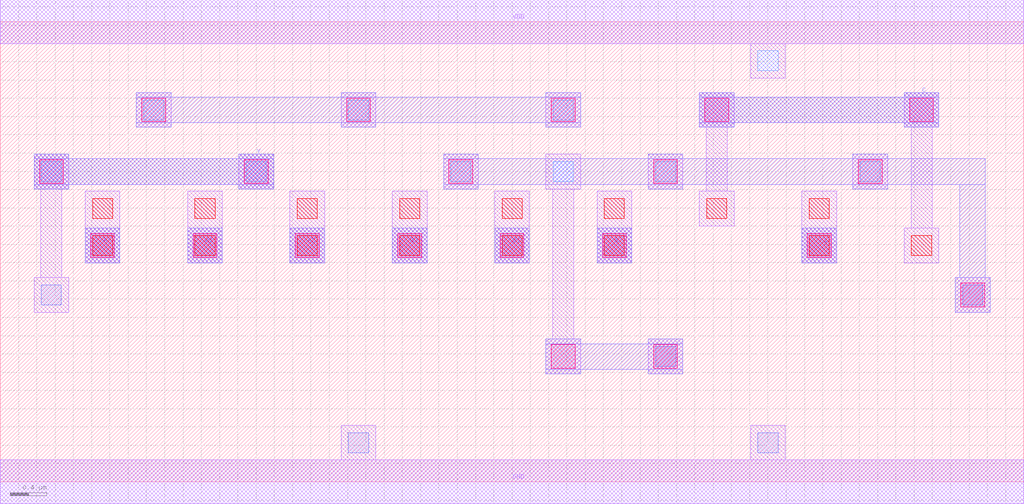
<source format=lef>
MACRO AAAOI332
 CLASS CORE ;
 FOREIGN AAAOI332 0 0 ;
 SIZE 11.200000000000001 BY 5.04 ;
 ORIGIN 0 0 ;
 SYMMETRY X Y R90 ;
 SITE unit ;
  PIN VDD
   DIRECTION INOUT ;
   USE POWER ;
   SHAPE ABUTMENT ;
    PORT
     CLASS CORE ;
       LAYER met1 ;
        RECT 0.00000000 4.80000000 11.20000000 5.28000000 ;
    END
  END VDD

  PIN GND
   DIRECTION INOUT ;
   USE POWER ;
   SHAPE ABUTMENT ;
    PORT
     CLASS CORE ;
       LAYER met1 ;
        RECT 0.00000000 -0.24000000 11.20000000 0.24000000 ;
    END
  END GND

  PIN Y
   DIRECTION INOUT ;
   USE SIGNAL ;
   SHAPE ABUTMENT ;
    PORT
     CLASS CORE ;
       LAYER met2 ;
        RECT 0.37000000 3.20700000 0.75000000 3.25700000 ;
        RECT 2.61000000 3.20700000 2.99000000 3.25700000 ;
        RECT 0.37000000 3.25700000 2.99000000 3.53700000 ;
        RECT 0.37000000 3.53700000 0.75000000 3.58700000 ;
        RECT 2.61000000 3.53700000 2.99000000 3.58700000 ;
    END
  END Y

  PIN C1
   DIRECTION INOUT ;
   USE SIGNAL ;
   SHAPE ABUTMENT ;
    PORT
     CLASS CORE ;
       LAYER met2 ;
        RECT 8.77000000 2.39700000 9.15000000 2.77700000 ;
    END
  END C1

  PIN B2
   DIRECTION INOUT ;
   USE SIGNAL ;
   SHAPE ABUTMENT ;
    PORT
     CLASS CORE ;
       LAYER met2 ;
        RECT 4.29000000 2.39700000 4.67000000 2.77700000 ;
    END
  END B2

  PIN B1
   DIRECTION INOUT ;
   USE SIGNAL ;
   SHAPE ABUTMENT ;
    PORT
     CLASS CORE ;
       LAYER met2 ;
        RECT 5.41000000 2.39700000 5.79000000 2.77700000 ;
    END
  END B1

  PIN C
   DIRECTION INOUT ;
   USE SIGNAL ;
   SHAPE ABUTMENT ;
    PORT
     CLASS CORE ;
       LAYER met2 ;
        RECT 7.65000000 3.88200000 8.03000000 3.93200000 ;
        RECT 9.89000000 3.88200000 10.27000000 3.93200000 ;
        RECT 7.65000000 3.93200000 10.27000000 4.21200000 ;
        RECT 7.65000000 4.21200000 8.03000000 4.26200000 ;
        RECT 9.89000000 4.21200000 10.27000000 4.26200000 ;
    END
  END C

  PIN A2
   DIRECTION INOUT ;
   USE SIGNAL ;
   SHAPE ABUTMENT ;
    PORT
     CLASS CORE ;
       LAYER met2 ;
        RECT 3.17000000 2.39700000 3.55000000 2.77700000 ;
    END
  END A2

  PIN A
   DIRECTION INOUT ;
   USE SIGNAL ;
   SHAPE ABUTMENT ;
    PORT
     CLASS CORE ;
       LAYER met2 ;
        RECT 0.93000000 2.39700000 1.31000000 2.77700000 ;
    END
  END A

  PIN B
   DIRECTION INOUT ;
   USE SIGNAL ;
   SHAPE ABUTMENT ;
    PORT
     CLASS CORE ;
       LAYER met2 ;
        RECT 6.53000000 2.39700000 6.91000000 2.77700000 ;
    END
  END B

  PIN A1
   DIRECTION INOUT ;
   USE SIGNAL ;
   SHAPE ABUTMENT ;
    PORT
     CLASS CORE ;
       LAYER met2 ;
        RECT 2.05000000 2.39700000 2.43000000 2.77700000 ;
    END
  END A1

 OBS
    LAYER polycont ;
     RECT 1.01000000 2.47700000 1.23000000 2.69700000 ;
     RECT 2.13000000 2.47700000 2.35000000 2.69700000 ;
     RECT 3.25000000 2.47700000 3.47000000 2.69700000 ;
     RECT 4.37000000 2.47700000 4.59000000 2.69700000 ;
     RECT 5.49000000 2.47700000 5.71000000 2.69700000 ;
     RECT 6.61000000 2.47700000 6.83000000 2.69700000 ;
     RECT 8.85000000 2.47700000 9.07000000 2.69700000 ;
     RECT 9.97000000 2.47700000 10.19000000 2.69700000 ;
     RECT 1.01000000 2.88200000 1.23000000 3.10200000 ;
     RECT 2.13000000 2.88200000 2.35000000 3.10200000 ;
     RECT 3.25000000 2.88200000 3.47000000 3.10200000 ;
     RECT 4.37000000 2.88200000 4.59000000 3.10200000 ;
     RECT 5.49000000 2.88200000 5.71000000 3.10200000 ;
     RECT 6.61000000 2.88200000 6.83000000 3.10200000 ;
     RECT 7.73000000 2.88200000 7.95000000 3.10200000 ;
     RECT 8.85000000 2.88200000 9.07000000 3.10200000 ;

    LAYER pdiffc ;
     RECT 0.45000000 3.28700000 0.67000000 3.50700000 ;
     RECT 2.69000000 3.28700000 2.91000000 3.50700000 ;
     RECT 4.93000000 3.28700000 5.15000000 3.50700000 ;
     RECT 6.05000000 3.28700000 6.27000000 3.50700000 ;
     RECT 7.17000000 3.28700000 7.39000000 3.50700000 ;
     RECT 9.41000000 3.28700000 9.63000000 3.50700000 ;
     RECT 1.57000000 3.96200000 1.79000000 4.18200000 ;
     RECT 3.81000000 3.96200000 4.03000000 4.18200000 ;
     RECT 6.05000000 3.96200000 6.27000000 4.18200000 ;
     RECT 8.29000000 4.50200000 8.51000000 4.72200000 ;

    LAYER ndiffc ;
     RECT 3.81000000 0.31700000 4.03000000 0.53700000 ;
     RECT 8.29000000 0.31700000 8.51000000 0.53700000 ;
     RECT 7.17000000 1.26200000 7.39000000 1.48200000 ;
     RECT 0.45000000 1.93700000 0.67000000 2.15700000 ;
     RECT 10.53000000 1.93700000 10.75000000 2.15700000 ;

    LAYER met1 ;
     RECT 0.00000000 -0.24000000 11.20000000 0.24000000 ;
     RECT 3.73000000 0.24000000 4.11000000 0.61700000 ;
     RECT 8.21000000 0.24000000 8.59000000 0.61700000 ;
     RECT 7.09000000 1.18200000 7.47000000 1.56200000 ;
     RECT 10.45000000 1.85700000 10.83000000 2.23700000 ;
     RECT 0.93000000 2.39700000 1.31000000 3.18200000 ;
     RECT 2.05000000 2.39700000 2.43000000 3.18200000 ;
     RECT 3.17000000 2.39700000 3.55000000 3.18200000 ;
     RECT 4.29000000 2.39700000 4.67000000 3.18200000 ;
     RECT 5.41000000 2.39700000 5.79000000 3.18200000 ;
     RECT 6.53000000 2.39700000 6.91000000 3.18200000 ;
     RECT 8.77000000 2.39700000 9.15000000 3.18200000 ;
     RECT 0.37000000 1.85700000 0.75000000 2.23700000 ;
     RECT 0.44500000 2.23700000 0.67500000 3.20700000 ;
     RECT 0.37000000 3.20700000 0.75000000 3.58700000 ;
     RECT 2.61000000 3.20700000 2.99000000 3.58700000 ;
     RECT 4.85000000 3.20700000 5.23000000 3.58700000 ;
     RECT 5.97000000 1.18200000 6.35000000 1.56200000 ;
     RECT 6.04500000 1.56200000 6.27500000 3.20700000 ;
     RECT 5.97000000 3.20700000 6.35000000 3.58700000 ;
     RECT 7.09000000 3.20700000 7.47000000 3.58700000 ;
     RECT 9.33000000 3.20700000 9.71000000 3.58700000 ;
     RECT 1.49000000 3.88200000 1.87000000 4.26200000 ;
     RECT 3.73000000 3.88200000 4.11000000 4.26200000 ;
     RECT 5.97000000 3.88200000 6.35000000 4.26200000 ;
     RECT 7.65000000 2.80200000 8.03000000 3.18200000 ;
     RECT 7.72500000 3.18200000 7.95500000 3.88200000 ;
     RECT 7.65000000 3.88200000 8.03000000 4.26200000 ;
     RECT 9.89000000 2.39700000 10.27000000 2.77700000 ;
     RECT 9.96500000 2.77700000 10.19500000 3.88200000 ;
     RECT 9.89000000 3.88200000 10.27000000 4.26200000 ;
     RECT 8.21000000 4.42200000 8.59000000 4.80000000 ;
     RECT 0.00000000 4.80000000 11.20000000 5.28000000 ;

    LAYER via1 ;
     RECT 6.03000000 1.24200000 6.29000000 1.50200000 ;
     RECT 7.15000000 1.24200000 7.41000000 1.50200000 ;
     RECT 10.51000000 1.91700000 10.77000000 2.17700000 ;
     RECT 0.99000000 2.45700000 1.25000000 2.71700000 ;
     RECT 2.11000000 2.45700000 2.37000000 2.71700000 ;
     RECT 3.23000000 2.45700000 3.49000000 2.71700000 ;
     RECT 4.35000000 2.45700000 4.61000000 2.71700000 ;
     RECT 5.47000000 2.45700000 5.73000000 2.71700000 ;
     RECT 6.59000000 2.45700000 6.85000000 2.71700000 ;
     RECT 8.83000000 2.45700000 9.09000000 2.71700000 ;
     RECT 0.43000000 3.26700000 0.69000000 3.52700000 ;
     RECT 2.67000000 3.26700000 2.93000000 3.52700000 ;
     RECT 4.91000000 3.26700000 5.17000000 3.52700000 ;
     RECT 7.15000000 3.26700000 7.41000000 3.52700000 ;
     RECT 9.39000000 3.26700000 9.65000000 3.52700000 ;
     RECT 1.55000000 3.94200000 1.81000000 4.20200000 ;
     RECT 3.79000000 3.94200000 4.05000000 4.20200000 ;
     RECT 6.03000000 3.94200000 6.29000000 4.20200000 ;
     RECT 7.71000000 3.94200000 7.97000000 4.20200000 ;
     RECT 9.95000000 3.94200000 10.21000000 4.20200000 ;

    LAYER met2 ;
     RECT 5.97000000 1.18200000 6.35000000 1.23200000 ;
     RECT 7.09000000 1.18200000 7.47000000 1.23200000 ;
     RECT 5.97000000 1.23200000 7.47000000 1.51200000 ;
     RECT 5.97000000 1.51200000 6.35000000 1.56200000 ;
     RECT 7.09000000 1.51200000 7.47000000 1.56200000 ;
     RECT 0.93000000 2.39700000 1.31000000 2.77700000 ;
     RECT 2.05000000 2.39700000 2.43000000 2.77700000 ;
     RECT 3.17000000 2.39700000 3.55000000 2.77700000 ;
     RECT 4.29000000 2.39700000 4.67000000 2.77700000 ;
     RECT 5.41000000 2.39700000 5.79000000 2.77700000 ;
     RECT 6.53000000 2.39700000 6.91000000 2.77700000 ;
     RECT 8.77000000 2.39700000 9.15000000 2.77700000 ;
     RECT 0.37000000 3.20700000 0.75000000 3.25700000 ;
     RECT 2.61000000 3.20700000 2.99000000 3.25700000 ;
     RECT 0.37000000 3.25700000 2.99000000 3.53700000 ;
     RECT 0.37000000 3.53700000 0.75000000 3.58700000 ;
     RECT 2.61000000 3.53700000 2.99000000 3.58700000 ;
     RECT 10.45000000 1.85700000 10.83000000 2.23700000 ;
     RECT 4.85000000 3.20700000 5.23000000 3.25700000 ;
     RECT 7.09000000 3.20700000 7.47000000 3.25700000 ;
     RECT 9.33000000 3.20700000 9.71000000 3.25700000 ;
     RECT 10.50000000 2.23700000 10.78000000 3.25700000 ;
     RECT 4.85000000 3.25700000 10.78000000 3.53700000 ;
     RECT 4.85000000 3.53700000 5.23000000 3.58700000 ;
     RECT 7.09000000 3.53700000 7.47000000 3.58700000 ;
     RECT 9.33000000 3.53700000 9.71000000 3.58700000 ;
     RECT 1.49000000 3.88200000 1.87000000 3.93200000 ;
     RECT 3.73000000 3.88200000 4.11000000 3.93200000 ;
     RECT 5.97000000 3.88200000 6.35000000 3.93200000 ;
     RECT 1.49000000 3.93200000 6.35000000 4.21200000 ;
     RECT 1.49000000 4.21200000 1.87000000 4.26200000 ;
     RECT 3.73000000 4.21200000 4.11000000 4.26200000 ;
     RECT 5.97000000 4.21200000 6.35000000 4.26200000 ;
     RECT 7.65000000 3.88200000 8.03000000 3.93200000 ;
     RECT 9.89000000 3.88200000 10.27000000 3.93200000 ;
     RECT 7.65000000 3.93200000 10.27000000 4.21200000 ;
     RECT 7.65000000 4.21200000 8.03000000 4.26200000 ;
     RECT 9.89000000 4.21200000 10.27000000 4.26200000 ;

 END
END AAAOI332

</source>
